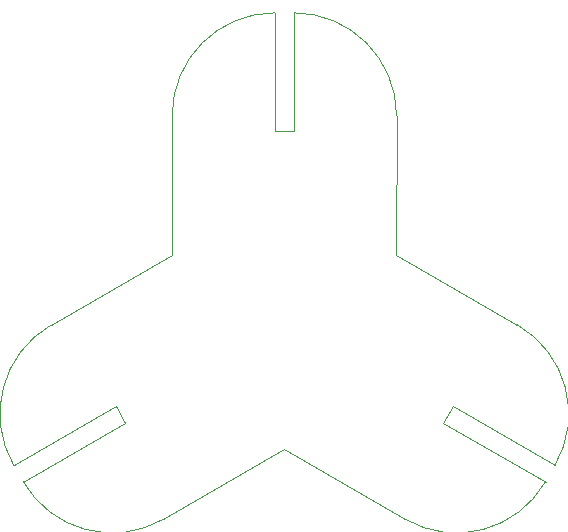
<source format=gbr>
G04 #@! TF.GenerationSoftware,KiCad,Pcbnew,(5.0.2)-1*
G04 #@! TF.CreationDate,2019-12-13T16:23:56-06:00*
G04 #@! TF.ProjectId,tri-slot-hub,7472692d-736c-46f7-942d-6875622e6b69,rev?*
G04 #@! TF.SameCoordinates,Original*
G04 #@! TF.FileFunction,Profile,NP*
%FSLAX46Y46*%
G04 Gerber Fmt 4.6, Leading zero omitted, Abs format (unit mm)*
G04 Created by KiCad (PCBNEW (5.0.2)-1) date 12/13/2019 4:23:56 PM*
%MOMM*%
%LPD*%
G01*
G04 APERTURE LIST*
%ADD10C,0.020000*%
G04 APERTURE END LIST*
D10*
X9499999Y17300000D02*
X9491489Y5489741D01*
X10232240Y-16877241D02*
X8511Y-10964741D01*
X19732239Y-422759D02*
X9491489Y5489741D01*
X-10232239Y-16877241D02*
X8511Y-10964741D01*
X-19732239Y-422759D02*
X-9500000Y5475000D01*
X19732239Y-422759D02*
G75*
G02X22916660Y-12307180I-4350000J-7534421D01*
G01*
X-10232239Y-16877241D02*
G75*
G02X-22116660Y-13692820I-4350000J7534421D01*
G01*
X22116660Y-13692820D02*
G75*
G02X10232239Y-16877241I-7534421J4350000D01*
G01*
X-22916660Y-12307180D02*
G75*
G02X-19732239Y-422759I7534421J4350000D01*
G01*
X800000Y26000000D02*
G75*
G02X9500000Y17300000I0J-8700000D01*
G01*
X-9500000Y17300000D02*
X-9500000Y5475000D01*
X-9500000Y17300000D02*
G75*
G02X-800000Y26000000I8700000J0D01*
G01*
X14256406Y-7307180D02*
X13456406Y-8692820D01*
X22916660Y-12307180D02*
X14256406Y-7307180D01*
X-22116660Y-13692820D02*
X-13456406Y-8692820D01*
X22116660Y-13692820D02*
X13456406Y-8692820D01*
X-22916660Y-12307180D02*
X-14256406Y-7307180D01*
X-13456406Y-8692820D02*
X-14256406Y-7307180D01*
X-800000Y16000000D02*
X800000Y16000000D01*
X800000Y26000000D02*
X800000Y16000000D01*
X-800000Y26000000D02*
X-800000Y16000000D01*
M02*

</source>
